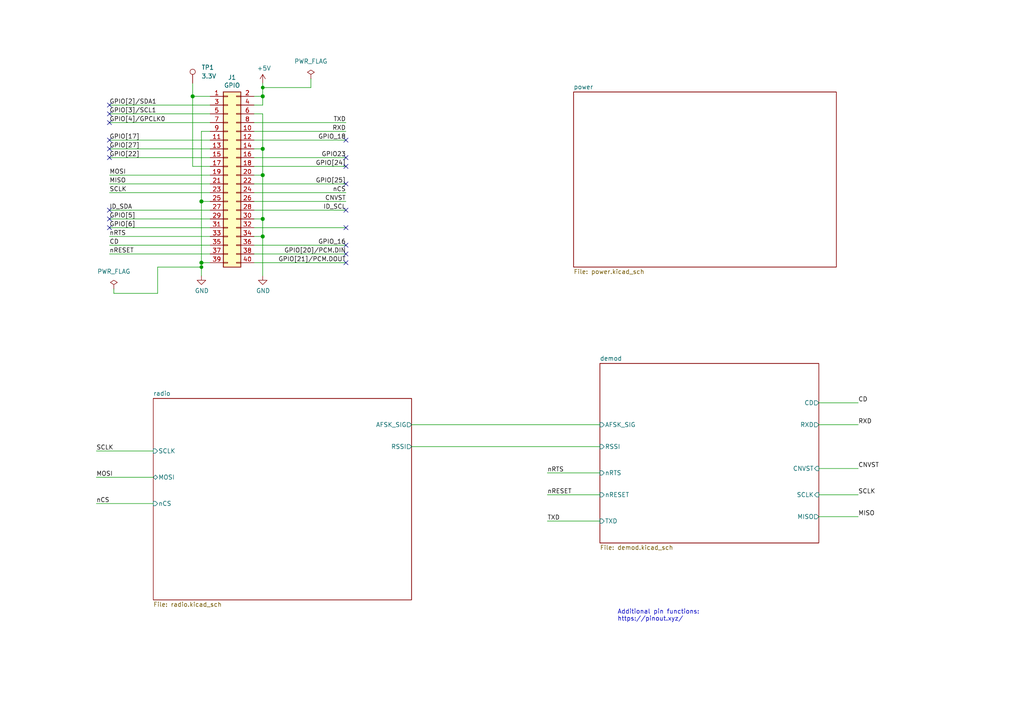
<source format=kicad_sch>
(kicad_sch (version 20230121) (generator eeschema)

  (uuid e63e39d7-6ac0-4ffd-8aa3-1841a4541b55)

  (paper "A4")

  (title_block
    (date "15 nov 2012")
  )

  (lib_symbols
    (symbol "Connector:TestPoint" (pin_numbers hide) (pin_names (offset 0.762) hide) (in_bom yes) (on_board yes)
      (property "Reference" "TP" (at 0 6.858 0)
        (effects (font (size 1.27 1.27)))
      )
      (property "Value" "TestPoint" (at 0 5.08 0)
        (effects (font (size 1.27 1.27)))
      )
      (property "Footprint" "" (at 5.08 0 0)
        (effects (font (size 1.27 1.27)) hide)
      )
      (property "Datasheet" "~" (at 5.08 0 0)
        (effects (font (size 1.27 1.27)) hide)
      )
      (property "ki_keywords" "test point tp" (at 0 0 0)
        (effects (font (size 1.27 1.27)) hide)
      )
      (property "ki_description" "test point" (at 0 0 0)
        (effects (font (size 1.27 1.27)) hide)
      )
      (property "ki_fp_filters" "Pin* Test*" (at 0 0 0)
        (effects (font (size 1.27 1.27)) hide)
      )
      (symbol "TestPoint_0_1"
        (circle (center 0 3.302) (radius 0.762)
          (stroke (width 0) (type default))
          (fill (type none))
        )
      )
      (symbol "TestPoint_1_1"
        (pin passive line (at 0 0 90) (length 2.54)
          (name "1" (effects (font (size 1.27 1.27))))
          (number "1" (effects (font (size 1.27 1.27))))
        )
      )
    )
    (symbol "Connector_Generic:Conn_02x20_Odd_Even" (pin_names (offset 1.016) hide) (in_bom yes) (on_board yes)
      (property "Reference" "J" (at 1.27 25.4 0)
        (effects (font (size 1.27 1.27)))
      )
      (property "Value" "Conn_02x20_Odd_Even" (at 1.27 -27.94 0)
        (effects (font (size 1.27 1.27)))
      )
      (property "Footprint" "" (at 0 0 0)
        (effects (font (size 1.27 1.27)) hide)
      )
      (property "Datasheet" "~" (at 0 0 0)
        (effects (font (size 1.27 1.27)) hide)
      )
      (property "ki_keywords" "connector" (at 0 0 0)
        (effects (font (size 1.27 1.27)) hide)
      )
      (property "ki_description" "Generic connector, double row, 02x20, odd/even pin numbering scheme (row 1 odd numbers, row 2 even numbers), script generated (kicad-library-utils/schlib/autogen/connector/)" (at 0 0 0)
        (effects (font (size 1.27 1.27)) hide)
      )
      (property "ki_fp_filters" "Connector*:*_2x??_*" (at 0 0 0)
        (effects (font (size 1.27 1.27)) hide)
      )
      (symbol "Conn_02x20_Odd_Even_1_1"
        (rectangle (start -1.27 -25.273) (end 0 -25.527)
          (stroke (width 0.1524) (type default))
          (fill (type none))
        )
        (rectangle (start -1.27 -22.733) (end 0 -22.987)
          (stroke (width 0.1524) (type default))
          (fill (type none))
        )
        (rectangle (start -1.27 -20.193) (end 0 -20.447)
          (stroke (width 0.1524) (type default))
          (fill (type none))
        )
        (rectangle (start -1.27 -17.653) (end 0 -17.907)
          (stroke (width 0.1524) (type default))
          (fill (type none))
        )
        (rectangle (start -1.27 -15.113) (end 0 -15.367)
          (stroke (width 0.1524) (type default))
          (fill (type none))
        )
        (rectangle (start -1.27 -12.573) (end 0 -12.827)
          (stroke (width 0.1524) (type default))
          (fill (type none))
        )
        (rectangle (start -1.27 -10.033) (end 0 -10.287)
          (stroke (width 0.1524) (type default))
          (fill (type none))
        )
        (rectangle (start -1.27 -7.493) (end 0 -7.747)
          (stroke (width 0.1524) (type default))
          (fill (type none))
        )
        (rectangle (start -1.27 -4.953) (end 0 -5.207)
          (stroke (width 0.1524) (type default))
          (fill (type none))
        )
        (rectangle (start -1.27 -2.413) (end 0 -2.667)
          (stroke (width 0.1524) (type default))
          (fill (type none))
        )
        (rectangle (start -1.27 0.127) (end 0 -0.127)
          (stroke (width 0.1524) (type default))
          (fill (type none))
        )
        (rectangle (start -1.27 2.667) (end 0 2.413)
          (stroke (width 0.1524) (type default))
          (fill (type none))
        )
        (rectangle (start -1.27 5.207) (end 0 4.953)
          (stroke (width 0.1524) (type default))
          (fill (type none))
        )
        (rectangle (start -1.27 7.747) (end 0 7.493)
          (stroke (width 0.1524) (type default))
          (fill (type none))
        )
        (rectangle (start -1.27 10.287) (end 0 10.033)
          (stroke (width 0.1524) (type default))
          (fill (type none))
        )
        (rectangle (start -1.27 12.827) (end 0 12.573)
          (stroke (width 0.1524) (type default))
          (fill (type none))
        )
        (rectangle (start -1.27 15.367) (end 0 15.113)
          (stroke (width 0.1524) (type default))
          (fill (type none))
        )
        (rectangle (start -1.27 17.907) (end 0 17.653)
          (stroke (width 0.1524) (type default))
          (fill (type none))
        )
        (rectangle (start -1.27 20.447) (end 0 20.193)
          (stroke (width 0.1524) (type default))
          (fill (type none))
        )
        (rectangle (start -1.27 22.987) (end 0 22.733)
          (stroke (width 0.1524) (type default))
          (fill (type none))
        )
        (rectangle (start -1.27 24.13) (end 3.81 -26.67)
          (stroke (width 0.254) (type default))
          (fill (type background))
        )
        (rectangle (start 3.81 -25.273) (end 2.54 -25.527)
          (stroke (width 0.1524) (type default))
          (fill (type none))
        )
        (rectangle (start 3.81 -22.733) (end 2.54 -22.987)
          (stroke (width 0.1524) (type default))
          (fill (type none))
        )
        (rectangle (start 3.81 -20.193) (end 2.54 -20.447)
          (stroke (width 0.1524) (type default))
          (fill (type none))
        )
        (rectangle (start 3.81 -17.653) (end 2.54 -17.907)
          (stroke (width 0.1524) (type default))
          (fill (type none))
        )
        (rectangle (start 3.81 -15.113) (end 2.54 -15.367)
          (stroke (width 0.1524) (type default))
          (fill (type none))
        )
        (rectangle (start 3.81 -12.573) (end 2.54 -12.827)
          (stroke (width 0.1524) (type default))
          (fill (type none))
        )
        (rectangle (start 3.81 -10.033) (end 2.54 -10.287)
          (stroke (width 0.1524) (type default))
          (fill (type none))
        )
        (rectangle (start 3.81 -7.493) (end 2.54 -7.747)
          (stroke (width 0.1524) (type default))
          (fill (type none))
        )
        (rectangle (start 3.81 -4.953) (end 2.54 -5.207)
          (stroke (width 0.1524) (type default))
          (fill (type none))
        )
        (rectangle (start 3.81 -2.413) (end 2.54 -2.667)
          (stroke (width 0.1524) (type default))
          (fill (type none))
        )
        (rectangle (start 3.81 0.127) (end 2.54 -0.127)
          (stroke (width 0.1524) (type default))
          (fill (type none))
        )
        (rectangle (start 3.81 2.667) (end 2.54 2.413)
          (stroke (width 0.1524) (type default))
          (fill (type none))
        )
        (rectangle (start 3.81 5.207) (end 2.54 4.953)
          (stroke (width 0.1524) (type default))
          (fill (type none))
        )
        (rectangle (start 3.81 7.747) (end 2.54 7.493)
          (stroke (width 0.1524) (type default))
          (fill (type none))
        )
        (rectangle (start 3.81 10.287) (end 2.54 10.033)
          (stroke (width 0.1524) (type default))
          (fill (type none))
        )
        (rectangle (start 3.81 12.827) (end 2.54 12.573)
          (stroke (width 0.1524) (type default))
          (fill (type none))
        )
        (rectangle (start 3.81 15.367) (end 2.54 15.113)
          (stroke (width 0.1524) (type default))
          (fill (type none))
        )
        (rectangle (start 3.81 17.907) (end 2.54 17.653)
          (stroke (width 0.1524) (type default))
          (fill (type none))
        )
        (rectangle (start 3.81 20.447) (end 2.54 20.193)
          (stroke (width 0.1524) (type default))
          (fill (type none))
        )
        (rectangle (start 3.81 22.987) (end 2.54 22.733)
          (stroke (width 0.1524) (type default))
          (fill (type none))
        )
        (pin passive line (at -5.08 22.86 0) (length 3.81)
          (name "Pin_1" (effects (font (size 1.27 1.27))))
          (number "1" (effects (font (size 1.27 1.27))))
        )
        (pin passive line (at 7.62 12.7 180) (length 3.81)
          (name "Pin_10" (effects (font (size 1.27 1.27))))
          (number "10" (effects (font (size 1.27 1.27))))
        )
        (pin passive line (at -5.08 10.16 0) (length 3.81)
          (name "Pin_11" (effects (font (size 1.27 1.27))))
          (number "11" (effects (font (size 1.27 1.27))))
        )
        (pin passive line (at 7.62 10.16 180) (length 3.81)
          (name "Pin_12" (effects (font (size 1.27 1.27))))
          (number "12" (effects (font (size 1.27 1.27))))
        )
        (pin passive line (at -5.08 7.62 0) (length 3.81)
          (name "Pin_13" (effects (font (size 1.27 1.27))))
          (number "13" (effects (font (size 1.27 1.27))))
        )
        (pin passive line (at 7.62 7.62 180) (length 3.81)
          (name "Pin_14" (effects (font (size 1.27 1.27))))
          (number "14" (effects (font (size 1.27 1.27))))
        )
        (pin passive line (at -5.08 5.08 0) (length 3.81)
          (name "Pin_15" (effects (font (size 1.27 1.27))))
          (number "15" (effects (font (size 1.27 1.27))))
        )
        (pin passive line (at 7.62 5.08 180) (length 3.81)
          (name "Pin_16" (effects (font (size 1.27 1.27))))
          (number "16" (effects (font (size 1.27 1.27))))
        )
        (pin passive line (at -5.08 2.54 0) (length 3.81)
          (name "Pin_17" (effects (font (size 1.27 1.27))))
          (number "17" (effects (font (size 1.27 1.27))))
        )
        (pin passive line (at 7.62 2.54 180) (length 3.81)
          (name "Pin_18" (effects (font (size 1.27 1.27))))
          (number "18" (effects (font (size 1.27 1.27))))
        )
        (pin passive line (at -5.08 0 0) (length 3.81)
          (name "Pin_19" (effects (font (size 1.27 1.27))))
          (number "19" (effects (font (size 1.27 1.27))))
        )
        (pin passive line (at 7.62 22.86 180) (length 3.81)
          (name "Pin_2" (effects (font (size 1.27 1.27))))
          (number "2" (effects (font (size 1.27 1.27))))
        )
        (pin passive line (at 7.62 0 180) (length 3.81)
          (name "Pin_20" (effects (font (size 1.27 1.27))))
          (number "20" (effects (font (size 1.27 1.27))))
        )
        (pin passive line (at -5.08 -2.54 0) (length 3.81)
          (name "Pin_21" (effects (font (size 1.27 1.27))))
          (number "21" (effects (font (size 1.27 1.27))))
        )
        (pin passive line (at 7.62 -2.54 180) (length 3.81)
          (name "Pin_22" (effects (font (size 1.27 1.27))))
          (number "22" (effects (font (size 1.27 1.27))))
        )
        (pin passive line (at -5.08 -5.08 0) (length 3.81)
          (name "Pin_23" (effects (font (size 1.27 1.27))))
          (number "23" (effects (font (size 1.27 1.27))))
        )
        (pin passive line (at 7.62 -5.08 180) (length 3.81)
          (name "Pin_24" (effects (font (size 1.27 1.27))))
          (number "24" (effects (font (size 1.27 1.27))))
        )
        (pin passive line (at -5.08 -7.62 0) (length 3.81)
          (name "Pin_25" (effects (font (size 1.27 1.27))))
          (number "25" (effects (font (size 1.27 1.27))))
        )
        (pin passive line (at 7.62 -7.62 180) (length 3.81)
          (name "Pin_26" (effects (font (size 1.27 1.27))))
          (number "26" (effects (font (size 1.27 1.27))))
        )
        (pin passive line (at -5.08 -10.16 0) (length 3.81)
          (name "Pin_27" (effects (font (size 1.27 1.27))))
          (number "27" (effects (font (size 1.27 1.27))))
        )
        (pin passive line (at 7.62 -10.16 180) (length 3.81)
          (name "Pin_28" (effects (font (size 1.27 1.27))))
          (number "28" (effects (font (size 1.27 1.27))))
        )
        (pin passive line (at -5.08 -12.7 0) (length 3.81)
          (name "Pin_29" (effects (font (size 1.27 1.27))))
          (number "29" (effects (font (size 1.27 1.27))))
        )
        (pin passive line (at -5.08 20.32 0) (length 3.81)
          (name "Pin_3" (effects (font (size 1.27 1.27))))
          (number "3" (effects (font (size 1.27 1.27))))
        )
        (pin passive line (at 7.62 -12.7 180) (length 3.81)
          (name "Pin_30" (effects (font (size 1.27 1.27))))
          (number "30" (effects (font (size 1.27 1.27))))
        )
        (pin passive line (at -5.08 -15.24 0) (length 3.81)
          (name "Pin_31" (effects (font (size 1.27 1.27))))
          (number "31" (effects (font (size 1.27 1.27))))
        )
        (pin passive line (at 7.62 -15.24 180) (length 3.81)
          (name "Pin_32" (effects (font (size 1.27 1.27))))
          (number "32" (effects (font (size 1.27 1.27))))
        )
        (pin passive line (at -5.08 -17.78 0) (length 3.81)
          (name "Pin_33" (effects (font (size 1.27 1.27))))
          (number "33" (effects (font (size 1.27 1.27))))
        )
        (pin passive line (at 7.62 -17.78 180) (length 3.81)
          (name "Pin_34" (effects (font (size 1.27 1.27))))
          (number "34" (effects (font (size 1.27 1.27))))
        )
        (pin passive line (at -5.08 -20.32 0) (length 3.81)
          (name "Pin_35" (effects (font (size 1.27 1.27))))
          (number "35" (effects (font (size 1.27 1.27))))
        )
        (pin passive line (at 7.62 -20.32 180) (length 3.81)
          (name "Pin_36" (effects (font (size 1.27 1.27))))
          (number "36" (effects (font (size 1.27 1.27))))
        )
        (pin passive line (at -5.08 -22.86 0) (length 3.81)
          (name "Pin_37" (effects (font (size 1.27 1.27))))
          (number "37" (effects (font (size 1.27 1.27))))
        )
        (pin passive line (at 7.62 -22.86 180) (length 3.81)
          (name "Pin_38" (effects (font (size 1.27 1.27))))
          (number "38" (effects (font (size 1.27 1.27))))
        )
        (pin passive line (at -5.08 -25.4 0) (length 3.81)
          (name "Pin_39" (effects (font (size 1.27 1.27))))
          (number "39" (effects (font (size 1.27 1.27))))
        )
        (pin passive line (at 7.62 20.32 180) (length 3.81)
          (name "Pin_4" (effects (font (size 1.27 1.27))))
          (number "4" (effects (font (size 1.27 1.27))))
        )
        (pin passive line (at 7.62 -25.4 180) (length 3.81)
          (name "Pin_40" (effects (font (size 1.27 1.27))))
          (number "40" (effects (font (size 1.27 1.27))))
        )
        (pin passive line (at -5.08 17.78 0) (length 3.81)
          (name "Pin_5" (effects (font (size 1.27 1.27))))
          (number "5" (effects (font (size 1.27 1.27))))
        )
        (pin passive line (at 7.62 17.78 180) (length 3.81)
          (name "Pin_6" (effects (font (size 1.27 1.27))))
          (number "6" (effects (font (size 1.27 1.27))))
        )
        (pin passive line (at -5.08 15.24 0) (length 3.81)
          (name "Pin_7" (effects (font (size 1.27 1.27))))
          (number "7" (effects (font (size 1.27 1.27))))
        )
        (pin passive line (at 7.62 15.24 180) (length 3.81)
          (name "Pin_8" (effects (font (size 1.27 1.27))))
          (number "8" (effects (font (size 1.27 1.27))))
        )
        (pin passive line (at -5.08 12.7 0) (length 3.81)
          (name "Pin_9" (effects (font (size 1.27 1.27))))
          (number "9" (effects (font (size 1.27 1.27))))
        )
      )
    )
    (symbol "power:+5V" (power) (pin_names (offset 0)) (in_bom yes) (on_board yes)
      (property "Reference" "#PWR" (at 0 -3.81 0)
        (effects (font (size 1.27 1.27)) hide)
      )
      (property "Value" "+5V" (at 0 3.556 0)
        (effects (font (size 1.27 1.27)))
      )
      (property "Footprint" "" (at 0 0 0)
        (effects (font (size 1.27 1.27)) hide)
      )
      (property "Datasheet" "" (at 0 0 0)
        (effects (font (size 1.27 1.27)) hide)
      )
      (property "ki_keywords" "power-flag" (at 0 0 0)
        (effects (font (size 1.27 1.27)) hide)
      )
      (property "ki_description" "Power symbol creates a global label with name \"+5V\"" (at 0 0 0)
        (effects (font (size 1.27 1.27)) hide)
      )
      (symbol "+5V_0_1"
        (polyline
          (pts
            (xy -0.762 1.27)
            (xy 0 2.54)
          )
          (stroke (width 0) (type default))
          (fill (type none))
        )
        (polyline
          (pts
            (xy 0 0)
            (xy 0 2.54)
          )
          (stroke (width 0) (type default))
          (fill (type none))
        )
        (polyline
          (pts
            (xy 0 2.54)
            (xy 0.762 1.27)
          )
          (stroke (width 0) (type default))
          (fill (type none))
        )
      )
      (symbol "+5V_1_1"
        (pin power_in line (at 0 0 90) (length 0) hide
          (name "+5V" (effects (font (size 1.27 1.27))))
          (number "1" (effects (font (size 1.27 1.27))))
        )
      )
    )
    (symbol "power:GND" (power) (pin_names (offset 0)) (in_bom yes) (on_board yes)
      (property "Reference" "#PWR" (at 0 -6.35 0)
        (effects (font (size 1.27 1.27)) hide)
      )
      (property "Value" "GND" (at 0 -3.81 0)
        (effects (font (size 1.27 1.27)))
      )
      (property "Footprint" "" (at 0 0 0)
        (effects (font (size 1.27 1.27)) hide)
      )
      (property "Datasheet" "" (at 0 0 0)
        (effects (font (size 1.27 1.27)) hide)
      )
      (property "ki_keywords" "power-flag" (at 0 0 0)
        (effects (font (size 1.27 1.27)) hide)
      )
      (property "ki_description" "Power symbol creates a global label with name \"GND\" , ground" (at 0 0 0)
        (effects (font (size 1.27 1.27)) hide)
      )
      (symbol "GND_0_1"
        (polyline
          (pts
            (xy 0 0)
            (xy 0 -1.27)
            (xy 1.27 -1.27)
            (xy 0 -2.54)
            (xy -1.27 -1.27)
            (xy 0 -1.27)
          )
          (stroke (width 0) (type default))
          (fill (type none))
        )
      )
      (symbol "GND_1_1"
        (pin power_in line (at 0 0 270) (length 0) hide
          (name "GND" (effects (font (size 1.27 1.27))))
          (number "1" (effects (font (size 1.27 1.27))))
        )
      )
    )
    (symbol "power:PWR_FLAG" (power) (pin_numbers hide) (pin_names (offset 0) hide) (in_bom yes) (on_board yes)
      (property "Reference" "#FLG" (at 0 1.905 0)
        (effects (font (size 1.27 1.27)) hide)
      )
      (property "Value" "PWR_FLAG" (at 0 3.81 0)
        (effects (font (size 1.27 1.27)))
      )
      (property "Footprint" "" (at 0 0 0)
        (effects (font (size 1.27 1.27)) hide)
      )
      (property "Datasheet" "~" (at 0 0 0)
        (effects (font (size 1.27 1.27)) hide)
      )
      (property "ki_keywords" "flag power" (at 0 0 0)
        (effects (font (size 1.27 1.27)) hide)
      )
      (property "ki_description" "Special symbol for telling ERC where power comes from" (at 0 0 0)
        (effects (font (size 1.27 1.27)) hide)
      )
      (symbol "PWR_FLAG_0_0"
        (pin power_out line (at 0 0 90) (length 0)
          (name "pwr" (effects (font (size 1.27 1.27))))
          (number "1" (effects (font (size 1.27 1.27))))
        )
      )
      (symbol "PWR_FLAG_0_1"
        (polyline
          (pts
            (xy 0 0)
            (xy 0 1.27)
            (xy -1.016 1.905)
            (xy 0 2.54)
            (xy 1.016 1.905)
            (xy 0 1.27)
          )
          (stroke (width 0) (type default))
          (fill (type none))
        )
      )
    )
  )

  (junction (at 76.2 25.4) (diameter 0) (color 0 0 0 0)
    (uuid 0b673408-8d4b-4e76-9c23-3c4ce3140773)
  )
  (junction (at 76.2 27.94) (diameter 1.016) (color 0 0 0 0)
    (uuid 0eaa98f0-9565-4637-ace3-42a5231b07f7)
  )
  (junction (at 76.2 43.18) (diameter 1.016) (color 0 0 0 0)
    (uuid 181abe7a-f941-42b6-bd46-aaa3131f90fb)
  )
  (junction (at 58.42 77.47) (diameter 0) (color 0 0 0 0)
    (uuid 4c22321a-d3b0-4926-91d8-86a22d9298d8)
  )
  (junction (at 58.42 76.2) (diameter 1.016) (color 0 0 0 0)
    (uuid 704d6d51-bb34-4cbf-83d8-841e208048d8)
  )
  (junction (at 58.42 58.42) (diameter 1.016) (color 0 0 0 0)
    (uuid 8174b4de-74b1-48db-ab8e-c8432251095b)
  )
  (junction (at 76.2 68.58) (diameter 1.016) (color 0 0 0 0)
    (uuid 9340c285-5767-42d5-8b6d-63fe2a40ddf3)
  )
  (junction (at 76.2 63.5) (diameter 1.016) (color 0 0 0 0)
    (uuid c41b3c8b-634e-435a-b582-96b83bbd4032)
  )
  (junction (at 76.2 50.8) (diameter 1.016) (color 0 0 0 0)
    (uuid ce83728b-bebd-48c2-8734-b6a50d837931)
  )
  (junction (at 55.88 27.94) (diameter 1.016) (color 0 0 0 0)
    (uuid fd470e95-4861-44fe-b1e4-6d8a7c66e144)
  )

  (no_connect (at 31.75 66.04) (uuid 1744cf39-07a4-4fcc-bfee-e1bc28fe0523))
  (no_connect (at 31.75 45.72) (uuid 19c754c0-af26-4b99-8a3a-f84f08645ce2))
  (no_connect (at 100.33 71.12) (uuid 353bbb89-df56-4896-9e6c-6767a48a784b))
  (no_connect (at 31.75 63.5) (uuid 572bbeae-f82f-48dd-bf2b-558812434d34))
  (no_connect (at 31.75 35.56) (uuid 589d3e49-43d9-45a8-9e79-c1057c10d504))
  (no_connect (at 100.33 73.66) (uuid 594ec0d4-b43d-4f0b-9681-b4db8b4a018e))
  (no_connect (at 31.75 30.48) (uuid 684091cd-ff1c-48df-8621-702ab6d3c101))
  (no_connect (at 31.75 60.96) (uuid 6d3f310d-2ff8-4114-9482-f6b7da18f90c))
  (no_connect (at 100.33 60.96) (uuid a4fcdf36-2951-4084-87a3-04e3e538145e))
  (no_connect (at 100.33 40.64) (uuid b5b81347-00ae-4efc-8594-61f00c5355f4))
  (no_connect (at 31.75 43.18) (uuid be2fb019-8ed5-4a59-8831-1e28ef798df9))
  (no_connect (at 100.33 48.26) (uuid c252a754-26d7-4ba4-b0fe-d0ec0bcabca4))
  (no_connect (at 31.75 33.02) (uuid cc8338f2-a241-4a51-bda2-ed48bdb14fdf))
  (no_connect (at 100.33 53.34) (uuid cce97363-4bea-461e-afe0-3c19cfc61ea0))
  (no_connect (at 31.75 40.64) (uuid cf277747-06ad-4103-abcd-053a7453c2d6))
  (no_connect (at 100.33 45.72) (uuid df7aa957-67ce-4c50-a263-8da2c7a2dfcb))
  (no_connect (at 100.33 76.2) (uuid ef7b0967-b348-4cba-b085-6f9cc65128ed))
  (no_connect (at 100.33 66.04) (uuid fb8355bc-9b1f-4df6-aa15-dae8a3997a02))

  (wire (pts (xy 58.42 58.42) (xy 58.42 76.2))
    (stroke (width 0) (type solid))
    (uuid 015c5535-b3ef-4c28-99b9-4f3baef056f3)
  )
  (wire (pts (xy 73.66 58.42) (xy 100.33 58.42))
    (stroke (width 0) (type solid))
    (uuid 01e536fb-12ab-43ce-a95e-82675e37d4b7)
  )
  (wire (pts (xy 60.96 40.64) (xy 31.75 40.64))
    (stroke (width 0) (type solid))
    (uuid 0694ca26-7b8c-4c30-bae9-3b74fab1e60a)
  )
  (wire (pts (xy 76.2 33.02) (xy 76.2 43.18))
    (stroke (width 0) (type solid))
    (uuid 0d143423-c9d6-49e3-8b7d-f1137d1a3509)
  )
  (wire (pts (xy 27.94 130.81) (xy 44.45 130.81))
    (stroke (width 0) (type default))
    (uuid 0dd3fa92-8426-47e5-a42b-df0622fe95fc)
  )
  (wire (pts (xy 76.2 50.8) (xy 73.66 50.8))
    (stroke (width 0) (type solid))
    (uuid 0ee91a98-576f-43c1-89f6-61acc2cb1f13)
  )
  (wire (pts (xy 76.2 63.5) (xy 76.2 68.58))
    (stroke (width 0) (type solid))
    (uuid 164f1958-8ee6-4c3d-9df0-03613712fa6f)
  )
  (wire (pts (xy 58.42 77.47) (xy 58.42 80.01))
    (stroke (width 0) (type solid))
    (uuid 19ce52b4-84bc-4ec5-8fe7-bb4e05b0a062)
  )
  (wire (pts (xy 45.72 77.47) (xy 45.72 85.09))
    (stroke (width 0) (type solid))
    (uuid 218a501a-5697-4161-b410-6aadcb5b22d3)
  )
  (wire (pts (xy 76.2 25.4) (xy 90.17 25.4))
    (stroke (width 0) (type default))
    (uuid 218bf228-9882-4455-a981-cfff653ff7af)
  )
  (wire (pts (xy 76.2 50.8) (xy 76.2 63.5))
    (stroke (width 0) (type solid))
    (uuid 252c2642-5979-4a84-8d39-11da2e3821fe)
  )
  (wire (pts (xy 73.66 35.56) (xy 100.33 35.56))
    (stroke (width 0) (type solid))
    (uuid 2710a316-ad7d-4403-afc1-1df73ba69697)
  )
  (wire (pts (xy 58.42 38.1) (xy 58.42 58.42))
    (stroke (width 0) (type solid))
    (uuid 29651976-85fe-45df-9d6a-4d640774cbbc)
  )
  (wire (pts (xy 58.42 38.1) (xy 60.96 38.1))
    (stroke (width 0) (type solid))
    (uuid 335bbf29-f5b7-4e5a-993a-a34ce5ab5756)
  )
  (wire (pts (xy 73.66 55.88) (xy 100.33 55.88))
    (stroke (width 0) (type solid))
    (uuid 3522f983-faf4-44f4-900c-086a3d364c60)
  )
  (wire (pts (xy 60.96 60.96) (xy 31.75 60.96))
    (stroke (width 0) (type solid))
    (uuid 37ae508e-6121-46a7-8162-5c727675dd10)
  )
  (wire (pts (xy 27.94 138.43) (xy 44.45 138.43))
    (stroke (width 0) (type default))
    (uuid 38018bac-f161-443d-aa24-bdd52dbf44d5)
  )
  (wire (pts (xy 31.75 63.5) (xy 60.96 63.5))
    (stroke (width 0) (type solid))
    (uuid 3b2261b8-cc6a-4f24-9a9d-8411b13f362c)
  )
  (wire (pts (xy 119.38 129.54) (xy 173.99 129.54))
    (stroke (width 0) (type default))
    (uuid 4547989e-e32f-491e-b1c5-213f33660409)
  )
  (wire (pts (xy 58.42 58.42) (xy 60.96 58.42))
    (stroke (width 0) (type solid))
    (uuid 46f8757d-31ce-45ba-9242-48e76c9438b1)
  )
  (wire (pts (xy 73.66 45.72) (xy 100.33 45.72))
    (stroke (width 0) (type solid))
    (uuid 4c544204-3530-479b-b097-35aa046ba896)
  )
  (wire (pts (xy 73.66 76.2) (xy 100.33 76.2))
    (stroke (width 0) (type solid))
    (uuid 55a29370-8495-4737-906c-8b505e228668)
  )
  (wire (pts (xy 58.42 76.2) (xy 58.42 77.47))
    (stroke (width 0) (type solid))
    (uuid 55b53b1d-809a-4a85-8714-920d35727332)
  )
  (wire (pts (xy 31.75 43.18) (xy 60.96 43.18))
    (stroke (width 0) (type solid))
    (uuid 55d9c53c-6409-4360-8797-b4f7b28c4137)
  )
  (wire (pts (xy 55.88 24.13) (xy 55.88 27.94))
    (stroke (width 0) (type solid))
    (uuid 57c01d09-da37-45de-b174-3ad4f982af7b)
  )
  (wire (pts (xy 76.2 68.58) (xy 73.66 68.58))
    (stroke (width 0) (type solid))
    (uuid 62f43b49-7566-4f4c-b16f-9b95531f6d28)
  )
  (wire (pts (xy 31.75 33.02) (xy 60.96 33.02))
    (stroke (width 0) (type solid))
    (uuid 67559638-167e-4f06-9757-aeeebf7e8930)
  )
  (wire (pts (xy 31.75 55.88) (xy 60.96 55.88))
    (stroke (width 0) (type solid))
    (uuid 6c897b01-6835-4bf3-885d-4b22704f8f6e)
  )
  (wire (pts (xy 173.99 143.51) (xy 158.75 143.51))
    (stroke (width 0) (type default))
    (uuid 6f1f428b-694e-419c-89de-c086bd51adfe)
  )
  (wire (pts (xy 55.88 48.26) (xy 60.96 48.26))
    (stroke (width 0) (type solid))
    (uuid 707b993a-397a-40ee-bc4e-978ea0af003d)
  )
  (wire (pts (xy 58.42 77.47) (xy 45.72 77.47))
    (stroke (width 0) (type solid))
    (uuid 7373c4f9-33b5-4526-b68c-1aea744413dd)
  )
  (wire (pts (xy 60.96 30.48) (xy 31.75 30.48))
    (stroke (width 0) (type solid))
    (uuid 73aefdad-91c2-4f5e-80c2-3f1cf4134807)
  )
  (wire (pts (xy 27.94 146.05) (xy 44.45 146.05))
    (stroke (width 0) (type default))
    (uuid 7422db5b-7f45-4b8e-bb33-db60f87d48cf)
  )
  (wire (pts (xy 76.2 27.94) (xy 76.2 30.48))
    (stroke (width 0) (type solid))
    (uuid 7645e45b-ebbd-4531-92c9-9c38081bbf8d)
  )
  (wire (pts (xy 76.2 43.18) (xy 76.2 50.8))
    (stroke (width 0) (type solid))
    (uuid 7aed86fe-31d5-4139-a0b1-020ce61800b6)
  )
  (wire (pts (xy 33.02 83.82) (xy 33.02 85.09))
    (stroke (width 0) (type solid))
    (uuid 7bc31454-0740-4f29-8813-d35390b3604a)
  )
  (wire (pts (xy 73.66 40.64) (xy 100.33 40.64))
    (stroke (width 0) (type solid))
    (uuid 7d1a0af8-a3d8-4dbb-9873-21a280e175b7)
  )
  (wire (pts (xy 76.2 43.18) (xy 73.66 43.18))
    (stroke (width 0) (type solid))
    (uuid 7dd33798-d6eb-48c4-8355-bbeae3353a44)
  )
  (wire (pts (xy 45.72 85.09) (xy 33.02 85.09))
    (stroke (width 0) (type solid))
    (uuid 80435d78-b5bd-4a95-b96d-70b0b07bc750)
  )
  (wire (pts (xy 76.2 24.13) (xy 76.2 25.4))
    (stroke (width 0) (type solid))
    (uuid 825ec672-c6b3-4524-894f-bfac8191e641)
  )
  (wire (pts (xy 31.75 35.56) (xy 60.96 35.56))
    (stroke (width 0) (type solid))
    (uuid 85bd9bea-9b41-4249-9626-26358781edd8)
  )
  (wire (pts (xy 76.2 27.94) (xy 73.66 27.94))
    (stroke (width 0) (type solid))
    (uuid 8846d55b-57bd-4185-9629-4525ca309ac0)
  )
  (wire (pts (xy 55.88 27.94) (xy 55.88 48.26))
    (stroke (width 0) (type solid))
    (uuid 8930c626-5f36-458c-88ae-90e6918556cc)
  )
  (wire (pts (xy 73.66 48.26) (xy 100.33 48.26))
    (stroke (width 0) (type solid))
    (uuid 8b129051-97ca-49cd-adf8-4efb5043fabb)
  )
  (wire (pts (xy 73.66 38.1) (xy 100.33 38.1))
    (stroke (width 0) (type solid))
    (uuid 8ccbbafc-2cdc-415a-ac78-6ccd25489208)
  )
  (wire (pts (xy 31.75 45.72) (xy 60.96 45.72))
    (stroke (width 0) (type solid))
    (uuid 9705171e-2fe8-4d02-a114-94335e138862)
  )
  (wire (pts (xy 31.75 53.34) (xy 60.96 53.34))
    (stroke (width 0) (type solid))
    (uuid 98a1aa7c-68bd-4966-834d-f673bb2b8d39)
  )
  (wire (pts (xy 237.49 143.51) (xy 248.92 143.51))
    (stroke (width 0) (type default))
    (uuid 9ef0deb6-2c7d-4c3e-95b5-f8d41b6f9a10)
  )
  (wire (pts (xy 31.75 66.04) (xy 60.96 66.04))
    (stroke (width 0) (type solid))
    (uuid a571c038-3cc2-4848-b404-365f2f7338be)
  )
  (wire (pts (xy 76.2 30.48) (xy 73.66 30.48))
    (stroke (width 0) (type solid))
    (uuid a82219f8-a00b-446a-aba9-4cd0a8dd81f2)
  )
  (wire (pts (xy 237.49 123.19) (xy 248.92 123.19))
    (stroke (width 0) (type default))
    (uuid ade26097-3a6d-4b0a-b908-8cf82cad91ca)
  )
  (wire (pts (xy 31.75 71.12) (xy 60.96 71.12))
    (stroke (width 0) (type solid))
    (uuid b07bae11-81ae-4941-a5ed-27fd323486e6)
  )
  (wire (pts (xy 119.38 123.19) (xy 173.99 123.19))
    (stroke (width 0) (type default))
    (uuid b119de95-5ece-4ba4-981e-5bd28a8de0cc)
  )
  (wire (pts (xy 73.66 71.12) (xy 100.33 71.12))
    (stroke (width 0) (type solid))
    (uuid b36591f4-a77c-49fb-84e3-ce0d65ee7c7c)
  )
  (wire (pts (xy 76.2 25.4) (xy 76.2 27.94))
    (stroke (width 0) (type solid))
    (uuid b5073748-7942-4e34-b2e5-552b33a4fcf9)
  )
  (wire (pts (xy 73.66 66.04) (xy 100.33 66.04))
    (stroke (width 0) (type solid))
    (uuid b73bbc85-9c79-4ab1-bfa9-ba86dc5a73fe)
  )
  (wire (pts (xy 58.42 76.2) (xy 60.96 76.2))
    (stroke (width 0) (type solid))
    (uuid b8286aaf-3086-41e1-a5dc-8f8a05589eb9)
  )
  (wire (pts (xy 73.66 73.66) (xy 100.33 73.66))
    (stroke (width 0) (type solid))
    (uuid bc7a73bf-d271-462c-8196-ea5c7867515d)
  )
  (wire (pts (xy 90.17 22.86) (xy 90.17 25.4))
    (stroke (width 0) (type default))
    (uuid c157dc75-aa5b-4483-85a2-31c7e7aa6514)
  )
  (wire (pts (xy 76.2 33.02) (xy 73.66 33.02))
    (stroke (width 0) (type solid))
    (uuid c15b519d-5e2e-489c-91b6-d8ff3e8343cb)
  )
  (wire (pts (xy 31.75 73.66) (xy 60.96 73.66))
    (stroke (width 0) (type solid))
    (uuid c373340b-844b-44cd-869b-a1267d366977)
  )
  (wire (pts (xy 158.75 151.13) (xy 173.99 151.13))
    (stroke (width 0) (type default))
    (uuid ccc01a8a-7eaf-480c-ad83-f6fe64ff82da)
  )
  (wire (pts (xy 237.49 135.89) (xy 248.92 135.89))
    (stroke (width 0) (type default))
    (uuid cd38e037-e97b-49b2-b803-90010af7e5e2)
  )
  (wire (pts (xy 158.75 137.16) (xy 173.99 137.16))
    (stroke (width 0) (type default))
    (uuid d3ae266e-5eb5-4d91-a0ff-a33ce183cd92)
  )
  (wire (pts (xy 76.2 68.58) (xy 76.2 80.01))
    (stroke (width 0) (type solid))
    (uuid ddb5ec2a-613c-4ee5-b250-77656b088e84)
  )
  (wire (pts (xy 73.66 53.34) (xy 100.33 53.34))
    (stroke (width 0) (type solid))
    (uuid df2cdc6b-e26c-482b-83a5-6c3aa0b9bc90)
  )
  (wire (pts (xy 60.96 68.58) (xy 31.75 68.58))
    (stroke (width 0) (type solid))
    (uuid df3b4a97-babc-4be9-b107-e59b56293dde)
  )
  (wire (pts (xy 76.2 63.5) (xy 73.66 63.5))
    (stroke (width 0) (type solid))
    (uuid e93ad2ad-5587-4125-b93d-270df22eadfa)
  )
  (wire (pts (xy 55.88 27.94) (xy 60.96 27.94))
    (stroke (width 0) (type solid))
    (uuid ed4af6f5-c1f9-4ac6-b35e-2b9ff5cd0eb3)
  )
  (wire (pts (xy 237.49 116.84) (xy 248.92 116.84))
    (stroke (width 0) (type default))
    (uuid eedc393f-65ff-4b68-b45d-dafab6a97504)
  )
  (wire (pts (xy 60.96 50.8) (xy 31.75 50.8))
    (stroke (width 0) (type solid))
    (uuid f9be6c8e-7532-415b-be21-5f82d7d7f74e)
  )
  (wire (pts (xy 73.66 60.96) (xy 100.33 60.96))
    (stroke (width 0) (type solid))
    (uuid f9e11340-14c0-4808-933b-bc348b73b18e)
  )
  (wire (pts (xy 237.49 149.86) (xy 248.92 149.86))
    (stroke (width 0) (type default))
    (uuid fde70711-5da8-4f34-89b5-205e2c034aa4)
  )

  (text "Additional pin functions:\nhttps://pinout.xyz/" (at 179.07 180.34 0)
    (effects (font (size 1.27 1.27)) (justify left bottom))
    (uuid 36e2c557-2c2a-4fba-9b6f-1167ab8ec281)
  )

  (label "ID_SDA" (at 31.75 60.96 0) (fields_autoplaced)
    (effects (font (size 1.27 1.27)) (justify left bottom))
    (uuid 0a44feb6-de6a-4996-b011-73867d835568)
  )
  (label "GPIO[6]" (at 31.75 66.04 0) (fields_autoplaced)
    (effects (font (size 1.27 1.27)) (justify left bottom))
    (uuid 0bec16b3-1718-4967-abb5-89274b1e4c31)
  )
  (label "TXD" (at 158.75 151.13 0) (fields_autoplaced)
    (effects (font (size 1.27 1.27)) (justify left bottom))
    (uuid 0ef40f33-f217-4e7a-bfc1-d8d30a8cee07)
  )
  (label "ID_SCL" (at 100.33 60.96 180) (fields_autoplaced)
    (effects (font (size 1.27 1.27)) (justify right bottom))
    (uuid 28cc0d46-7a8d-4c3b-8c53-d5a776b1d5a9)
  )
  (label "GPIO[5]" (at 31.75 63.5 0) (fields_autoplaced)
    (effects (font (size 1.27 1.27)) (justify left bottom))
    (uuid 29d046c2-f681-4254-89b3-1ec3aa495433)
  )
  (label "GPIO[21]{slash}PCM.DOUT" (at 100.33 76.2 180) (fields_autoplaced)
    (effects (font (size 1.27 1.27)) (justify right bottom))
    (uuid 31b15bb4-e7a6-46f1-aabc-e5f3cca1ba4f)
  )
  (label "CD" (at 31.75 71.12 0) (fields_autoplaced)
    (effects (font (size 1.27 1.27)) (justify left bottom))
    (uuid 3388965f-bec1-490c-9b08-dbac9be27c37)
  )
  (label "MOSI" (at 31.75 50.8 0) (fields_autoplaced)
    (effects (font (size 1.27 1.27)) (justify left bottom))
    (uuid 35a1cc8d-cefe-4fd3-8f7e-ebdbdbd072ee)
  )
  (label "MISO" (at 31.75 53.34 0) (fields_autoplaced)
    (effects (font (size 1.27 1.27)) (justify left bottom))
    (uuid 3911220d-b117-4874-8479-50c0285caa70)
  )
  (label "MISO" (at 248.92 149.86 0) (fields_autoplaced)
    (effects (font (size 1.27 1.27)) (justify left bottom))
    (uuid 3a5b7fb6-f367-4def-8f74-f27d3eb6d075)
  )
  (label "GPIO23" (at 100.33 45.72 180) (fields_autoplaced)
    (effects (font (size 1.27 1.27)) (justify right bottom))
    (uuid 45550f58-81b3-4113-a98b-8910341c00d8)
  )
  (label "GPIO[4]{slash}GPCLK0" (at 31.75 35.56 0) (fields_autoplaced)
    (effects (font (size 1.27 1.27)) (justify left bottom))
    (uuid 5069ddbc-357e-4355-aaa5-a8f551963b7a)
  )
  (label "nRESET" (at 158.75 143.51 0) (fields_autoplaced)
    (effects (font (size 1.27 1.27)) (justify left bottom))
    (uuid 55ff87af-bd7b-46d8-bfa8-be2c614b151c)
  )
  (label "GPIO[27]" (at 31.75 43.18 0) (fields_autoplaced)
    (effects (font (size 1.27 1.27)) (justify left bottom))
    (uuid 591fa762-d154-4cf7-8db7-a10b610ff12a)
  )
  (label "nRESET" (at 31.75 73.66 0) (fields_autoplaced)
    (effects (font (size 1.27 1.27)) (justify left bottom))
    (uuid 5f2ee32f-d6d5-4b76-8935-0d57826ec36e)
  )
  (label "TXD" (at 100.33 35.56 180) (fields_autoplaced)
    (effects (font (size 1.27 1.27)) (justify right bottom))
    (uuid 610a05f5-0e9b-4f2c-960c-05aafdc8e1b9)
  )
  (label "nCS" (at 100.33 55.88 180) (fields_autoplaced)
    (effects (font (size 1.27 1.27)) (justify right bottom))
    (uuid 64ee07d4-0247-486c-a5b0-d3d33362f168)
  )
  (label "RXD" (at 100.33 38.1 180) (fields_autoplaced)
    (effects (font (size 1.27 1.27)) (justify right bottom))
    (uuid 6638ca0d-5409-4e89-aef0-b0f245a25578)
  )
  (label "GPIO_16" (at 100.33 71.12 180) (fields_autoplaced)
    (effects (font (size 1.27 1.27)) (justify right bottom))
    (uuid 6a63dbe8-50e2-4ffb-a55f-e0df0f695e9b)
  )
  (label "RXD" (at 248.92 123.19 0) (fields_autoplaced)
    (effects (font (size 1.27 1.27)) (justify left bottom))
    (uuid 76d5cfb0-27d0-4ecc-9fa9-40142d5a0784)
  )
  (label "MOSI" (at 27.94 138.43 0) (fields_autoplaced)
    (effects (font (size 1.27 1.27)) (justify left bottom))
    (uuid 79a9bb69-345f-41b4-a7ec-9cefbfe2a7a3)
  )
  (label "CD" (at 248.92 116.84 0) (fields_autoplaced)
    (effects (font (size 1.27 1.27)) (justify left bottom))
    (uuid 80c12d35-c851-4ec9-b142-50231abd84ab)
  )
  (label "GPIO[22]" (at 31.75 45.72 0) (fields_autoplaced)
    (effects (font (size 1.27 1.27)) (justify left bottom))
    (uuid 831c710c-4564-4e13-951a-b3746ba43c78)
  )
  (label "GPIO[2]{slash}SDA1" (at 31.75 30.48 0) (fields_autoplaced)
    (effects (font (size 1.27 1.27)) (justify left bottom))
    (uuid 8fb0631c-564a-4f96-b39b-2f827bb204a3)
  )
  (label "SCLK" (at 248.92 143.51 0) (fields_autoplaced)
    (effects (font (size 1.27 1.27)) (justify left bottom))
    (uuid 927f98ad-bc4d-4235-a4fa-90bfdeb0d9a4)
  )
  (label "GPIO[17]" (at 31.75 40.64 0) (fields_autoplaced)
    (effects (font (size 1.27 1.27)) (justify left bottom))
    (uuid 9316d4cc-792f-4eb9-8a8b-1201587737ed)
  )
  (label "nRTS" (at 158.75 137.16 0) (fields_autoplaced)
    (effects (font (size 1.27 1.27)) (justify left bottom))
    (uuid 9b732508-4443-4867-bd86-cf0a4cba055e)
  )
  (label "GPIO[25]" (at 100.33 53.34 180) (fields_autoplaced)
    (effects (font (size 1.27 1.27)) (justify right bottom))
    (uuid 9d507609-a820-4ac3-9e87-451a1c0e6633)
  )
  (label "GPIO[3]{slash}SCL1" (at 31.75 33.02 0) (fields_autoplaced)
    (effects (font (size 1.27 1.27)) (justify left bottom))
    (uuid a1cb0f9a-5b27-4e0e-bc79-c6e0ff4c58f7)
  )
  (label "GPIO_18" (at 100.33 40.64 180) (fields_autoplaced)
    (effects (font (size 1.27 1.27)) (justify right bottom))
    (uuid a46d6ef9-bb48-47fb-afed-157a64315177)
  )
  (label "nRTS" (at 31.75 68.58 0) (fields_autoplaced)
    (effects (font (size 1.27 1.27)) (justify left bottom))
    (uuid b2ab078a-8774-4d1b-9381-5fcf23cc6a42)
  )
  (label "GPIO[20]{slash}PCM.DIN" (at 100.33 73.66 180) (fields_autoplaced)
    (effects (font (size 1.27 1.27)) (justify right bottom))
    (uuid b64a2cd2-1bcf-4d65-ac61-508537c93d3e)
  )
  (label "GPIO[24]" (at 100.33 48.26 180) (fields_autoplaced)
    (effects (font (size 1.27 1.27)) (justify right bottom))
    (uuid b8e48041-ff05-4814-a4a3-fb04f84542aa)
  )
  (label "CNVST" (at 100.33 58.42 180) (fields_autoplaced)
    (effects (font (size 1.27 1.27)) (justify right bottom))
    (uuid be4b9f73-f8d2-4c28-9237-5d7e964636fa)
  )
  (label "SCLK" (at 27.94 130.81 0) (fields_autoplaced)
    (effects (font (size 1.27 1.27)) (justify left bottom))
    (uuid c3c9e8d7-b471-4d75-80a8-faa00a57700b)
  )
  (label "CNVST" (at 248.92 135.89 0) (fields_autoplaced)
    (effects (font (size 1.27 1.27)) (justify left bottom))
    (uuid e05e432a-c9f6-4d85-838b-b8dd923b037c)
  )
  (label "nCS" (at 27.94 146.05 0) (fields_autoplaced)
    (effects (font (size 1.27 1.27)) (justify left bottom))
    (uuid e37f818b-d342-4a51-a706-015498492279)
  )
  (label "SCLK" (at 31.75 55.88 0) (fields_autoplaced)
    (effects (font (size 1.27 1.27)) (justify left bottom))
    (uuid f9b80c2b-5447-4c6b-b35d-cb6b75fa7978)
  )

  (symbol (lib_id "power:+5V") (at 76.2 24.13 0) (unit 1)
    (in_bom yes) (on_board yes) (dnp no)
    (uuid 00000000-0000-0000-0000-0000580c1b61)
    (property "Reference" "#PWR02" (at 76.2 27.94 0)
      (effects (font (size 1.27 1.27)) hide)
    )
    (property "Value" "+5V" (at 76.5683 19.8056 0)
      (effects (font (size 1.27 1.27)))
    )
    (property "Footprint" "" (at 76.2 24.13 0)
      (effects (font (size 1.27 1.27)))
    )
    (property "Datasheet" "" (at 76.2 24.13 0)
      (effects (font (size 1.27 1.27)))
    )
    (pin "1" (uuid fd2c46a1-7aae-42a9-93da-4ab8c0ebf781))
    (instances
      (project "Max1471_2"
        (path "/e63e39d7-6ac0-4ffd-8aa3-1841a4541b55"
          (reference "#PWR02") (unit 1)
        )
      )
    )
  )

  (symbol (lib_id "power:GND") (at 76.2 80.01 0) (unit 1)
    (in_bom yes) (on_board yes) (dnp no)
    (uuid 00000000-0000-0000-0000-0000580c1d11)
    (property "Reference" "#PWR03" (at 76.2 86.36 0)
      (effects (font (size 1.27 1.27)) hide)
    )
    (property "Value" "GND" (at 76.3143 84.3344 0)
      (effects (font (size 1.27 1.27)))
    )
    (property "Footprint" "" (at 76.2 80.01 0)
      (effects (font (size 1.27 1.27)))
    )
    (property "Datasheet" "" (at 76.2 80.01 0)
      (effects (font (size 1.27 1.27)))
    )
    (pin "1" (uuid c4a8cca2-2b39-45ae-a676-abbcbbb9291c))
    (instances
      (project "Max1471_2"
        (path "/e63e39d7-6ac0-4ffd-8aa3-1841a4541b55"
          (reference "#PWR03") (unit 1)
        )
      )
    )
  )

  (symbol (lib_id "power:GND") (at 58.42 80.01 0) (unit 1)
    (in_bom yes) (on_board yes) (dnp no)
    (uuid 00000000-0000-0000-0000-0000580c1e01)
    (property "Reference" "#PWR01" (at 58.42 86.36 0)
      (effects (font (size 1.27 1.27)) hide)
    )
    (property "Value" "GND" (at 58.5343 84.3344 0)
      (effects (font (size 1.27 1.27)))
    )
    (property "Footprint" "" (at 58.42 80.01 0)
      (effects (font (size 1.27 1.27)))
    )
    (property "Datasheet" "" (at 58.42 80.01 0)
      (effects (font (size 1.27 1.27)))
    )
    (pin "1" (uuid 6d128834-dfd6-4792-956f-f932023802bf))
    (instances
      (project "Max1471_2"
        (path "/e63e39d7-6ac0-4ffd-8aa3-1841a4541b55"
          (reference "#PWR01") (unit 1)
        )
      )
    )
  )

  (symbol (lib_id "Connector_Generic:Conn_02x20_Odd_Even") (at 66.04 50.8 0) (unit 1)
    (in_bom yes) (on_board yes) (dnp no)
    (uuid 00000000-0000-0000-0000-000059ad464a)
    (property "Reference" "J1" (at 67.31 22.4598 0)
      (effects (font (size 1.27 1.27)))
    )
    (property "Value" "GPIO" (at 67.31 24.765 0)
      (effects (font (size 1.27 1.27)))
    )
    (property "Footprint" "Connector_PinSocket_2.54mm:PinSocket_2x20_P2.54mm_Vertical" (at -57.15 74.93 0)
      (effects (font (size 1.27 1.27)) hide)
    )
    (property "Datasheet" "" (at -57.15 74.93 0)
      (effects (font (size 1.27 1.27)) hide)
    )
    (pin "1" (uuid 8d678796-43d4-427f-808d-7fd8ec169db6))
    (pin "10" (uuid 60352f90-6662-4327-b929-2a652377970d))
    (pin "11" (uuid bcebd85f-ba9c-4326-8583-2d16e80f86cc))
    (pin "12" (uuid 374dda98-f237-42fb-9b1c-5ef014922323))
    (pin "13" (uuid dc56ad3e-bf8f-4c14-9986-bfbd814e6046))
    (pin "14" (uuid 22de7a1e-7139-424e-a08f-5637a3cbb7ec))
    (pin "15" (uuid 99d4839a-5e23-4f38-87be-cc216cfbc92e))
    (pin "16" (uuid bf484b5b-d704-482d-82b9-398bc4428b95))
    (pin "17" (uuid c90bbfc0-7eb1-4380-a651-41bf50b1220f))
    (pin "18" (uuid 03383b10-1079-4fba-8060-9f9c53c058bc))
    (pin "19" (uuid 1924e169-9490-4063-bf3c-15acdcf52237))
    (pin "2" (uuid ad7257c9-5993-4f44-95c6-bd7c1429758a))
    (pin "20" (uuid fa546df5-3653-4146-846a-6308898b49a9))
    (pin "21" (uuid 274d987a-c040-40c3-a794-43cce24b40e1))
    (pin "22" (uuid 3f3c1a2b-a960-4f18-a1ff-e16c0bb4e8be))
    (pin "23" (uuid d18e9ea2-3d2c-453b-94a1-b440c51fb517))
    (pin "24" (uuid 883cea99-bf86-4a21-b74e-d9eccfe3bb11))
    (pin "25" (uuid ee8199e5-ca85-4477-b69b-685dac4cb36f))
    (pin "26" (uuid ae88bd49-d271-451c-b711-790ae2bc916d))
    (pin "27" (uuid e65a58d0-66df-47c8-ba7a-9decf7b62352))
    (pin "28" (uuid eb06b754-7921-4ced-b398-468daefd5fe1))
    (pin "29" (uuid 41a1996f-f227-48b7-8998-5a787b954c27))
    (pin "3" (uuid 63960b0f-1103-4a28-98e8-6366c9251923))
    (pin "30" (uuid 0f40f8fe-41f2-45a3-bfad-404e1753e1a3))
    (pin "31" (uuid 875dc476-7474-4fa2-b0bc-7184c49f0cce))
    (pin "32" (uuid 2e41567c-59c4-47e5-9704-fc8ccbdf4458))
    (pin "33" (uuid 1dcb890b-0384-4fe7-a919-40b76d67acdc))
    (pin "34" (uuid 363e3701-da11-4161-8070-aecd7d8230aa))
    (pin "35" (uuid cfa5c1a9-80ca-4c9f-a2f8-811b12be8c74))
    (pin "36" (uuid 4f5db303-972a-4513-a45e-b6a6994e610f))
    (pin "37" (uuid 18afcba7-0034-4b0e-b10c-200435c7d68d))
    (pin "38" (uuid 392da693-2805-40a9-a609-3c755bbe5d4a))
    (pin "39" (uuid 89e25265-707b-4a0e-b226-275188cfb9ab))
    (pin "4" (uuid 9043cae1-a891-425f-9e97-d1c0287b6c05))
    (pin "40" (uuid ff41b223-909f-4cd3-85fa-f2247e7770d7))
    (pin "5" (uuid 0545cf6d-a304-4d68-a158-d3f4ce6a9e0e))
    (pin "6" (uuid caa3e93a-7968-4106-b2ea-bd924ef0c715))
    (pin "7" (uuid ab2f3015-05e6-4b38-b1fc-04c3e46e21e3))
    (pin "8" (uuid 47c7060d-0fda-4147-a0fd-4f06b00f4059))
    (pin "9" (uuid 782d2c1f-9599-409d-a3cc-c1b6fda247d8))
    (instances
      (project "Max1471_2"
        (path "/e63e39d7-6ac0-4ffd-8aa3-1841a4541b55"
          (reference "J1") (unit 1)
        )
      )
    )
  )

  (symbol (lib_id "power:PWR_FLAG") (at 90.17 22.86 0) (unit 1)
    (in_bom yes) (on_board yes) (dnp no) (fields_autoplaced)
    (uuid 46cf9700-839f-4167-9a84-d7ec41ffdc4f)
    (property "Reference" "#FLG02" (at 90.17 20.955 0)
      (effects (font (size 1.27 1.27)) hide)
    )
    (property "Value" "PWR_FLAG" (at 90.17 17.78 0)
      (effects (font (size 1.27 1.27)))
    )
    (property "Footprint" "" (at 90.17 22.86 0)
      (effects (font (size 1.27 1.27)) hide)
    )
    (property "Datasheet" "~" (at 90.17 22.86 0)
      (effects (font (size 1.27 1.27)) hide)
    )
    (pin "1" (uuid 8e4cbc74-8171-477e-bb4b-3948dd2b811a))
    (instances
      (project "Max1471_2"
        (path "/e63e39d7-6ac0-4ffd-8aa3-1841a4541b55"
          (reference "#FLG02") (unit 1)
        )
      )
    )
  )

  (symbol (lib_id "power:PWR_FLAG") (at 33.02 83.82 0) (unit 1)
    (in_bom yes) (on_board yes) (dnp no) (fields_autoplaced)
    (uuid 48eb3b3d-290d-4f2f-9599-45e868eef9b4)
    (property "Reference" "#FLG01" (at 33.02 81.915 0)
      (effects (font (size 1.27 1.27)) hide)
    )
    (property "Value" "PWR_FLAG" (at 33.02 78.74 0)
      (effects (font (size 1.27 1.27)))
    )
    (property "Footprint" "" (at 33.02 83.82 0)
      (effects (font (size 1.27 1.27)) hide)
    )
    (property "Datasheet" "~" (at 33.02 83.82 0)
      (effects (font (size 1.27 1.27)) hide)
    )
    (pin "1" (uuid fbb0062e-c2a2-4794-8c39-46597a4a1a87))
    (instances
      (project "Max1471_2"
        (path "/e63e39d7-6ac0-4ffd-8aa3-1841a4541b55"
          (reference "#FLG01") (unit 1)
        )
      )
    )
  )

  (symbol (lib_id "Connector:TestPoint") (at 55.88 24.13 0) (unit 1)
    (in_bom yes) (on_board yes) (dnp no) (fields_autoplaced)
    (uuid b0bfe0c4-54d6-4d04-b902-cf602065edce)
    (property "Reference" "TP1" (at 58.42 19.558 0)
      (effects (font (size 1.27 1.27)) (justify left))
    )
    (property "Value" "3.3V" (at 58.42 22.098 0)
      (effects (font (size 1.27 1.27)) (justify left))
    )
    (property "Footprint" "TestPoint:TestPoint_Pad_D2.0mm" (at 60.96 24.13 0)
      (effects (font (size 1.27 1.27)) hide)
    )
    (property "Datasheet" "~" (at 60.96 24.13 0)
      (effects (font (size 1.27 1.27)) hide)
    )
    (pin "1" (uuid 7a09f32f-78e6-41bc-bfbe-d4bd5e55e55e))
    (instances
      (project "Max1471_2"
        (path "/e63e39d7-6ac0-4ffd-8aa3-1841a4541b55"
          (reference "TP1") (unit 1)
        )
      )
    )
  )

  (sheet (at 173.99 105.41) (size 63.5 52.07) (fields_autoplaced)
    (stroke (width 0.1524) (type solid))
    (fill (color 0 0 0 0.0000))
    (uuid 67600b7c-85f3-4246-baa7-dfe5b5763379)
    (property "Sheetname" "demod" (at 173.99 104.6984 0)
      (effects (font (size 1.27 1.27)) (justify left bottom))
    )
    (property "Sheetfile" "demod.kicad_sch" (at 173.99 158.0646 0)
      (effects (font (size 1.27 1.27)) (justify left top))
    )
    (pin "CD" output (at 237.49 116.84 0)
      (effects (font (size 1.27 1.27)) (justify right))
      (uuid feb2e96f-ccf6-4632-894f-32d918316b45)
    )
    (pin "RSSI" input (at 173.99 129.54 180)
      (effects (font (size 1.27 1.27)) (justify left))
      (uuid a413e3b9-077c-4cec-ad02-007c546d99c0)
    )
    (pin "RXD" output (at 237.49 123.19 0)
      (effects (font (size 1.27 1.27)) (justify right))
      (uuid e6758498-79e0-41da-8598-88ba6cb52081)
    )
    (pin "nRTS" input (at 173.99 137.16 180)
      (effects (font (size 1.27 1.27)) (justify left))
      (uuid 57636e2d-30a0-4ba4-8972-4e87b6acac3c)
    )
    (pin "nRESET" input (at 173.99 143.51 180)
      (effects (font (size 1.27 1.27)) (justify left))
      (uuid 42322968-201d-44a9-a41e-9520f74a249e)
    )
    (pin "TXD" input (at 173.99 151.13 180)
      (effects (font (size 1.27 1.27)) (justify left))
      (uuid a1a47ee4-ec88-493e-9a1d-5a9a2fa7b640)
    )
    (pin "AFSK_SIG" input (at 173.99 123.19 180)
      (effects (font (size 1.27 1.27)) (justify left))
      (uuid c012e120-3e89-490a-b6d8-2a3e230e466f)
    )
    (pin "SCLK" input (at 237.49 143.51 0)
      (effects (font (size 1.27 1.27)) (justify right))
      (uuid 7ffbb92a-38ea-41f3-b9a6-6d466c76c2b2)
    )
    (pin "CNVST" input (at 237.49 135.89 0)
      (effects (font (size 1.27 1.27)) (justify right))
      (uuid 6220dcca-0dd2-4b65-b9cc-c7a086aedcf6)
    )
    (pin "MISO" output (at 237.49 149.86 0)
      (effects (font (size 1.27 1.27)) (justify right))
      (uuid fe8029f2-2d10-4603-ad09-00bd9291c394)
    )
    (instances
      (project "Max1471_2"
        (path "/e63e39d7-6ac0-4ffd-8aa3-1841a4541b55" (page "4"))
      )
    )
  )

  (sheet (at 166.37 26.67) (size 76.2 50.8) (fields_autoplaced)
    (stroke (width 0.1524) (type solid))
    (fill (color 0 0 0 0.0000))
    (uuid abe9b104-55cc-4335-8a00-8d7b2d10e6a7)
    (property "Sheetname" "power" (at 166.37 25.9584 0)
      (effects (font (size 1.27 1.27)) (justify left bottom))
    )
    (property "Sheetfile" "power.kicad_sch" (at 166.37 78.0546 0)
      (effects (font (size 1.27 1.27)) (justify left top))
    )
    (instances
      (project "Max1471_2"
        (path "/e63e39d7-6ac0-4ffd-8aa3-1841a4541b55" (page "3"))
      )
    )
  )

  (sheet (at 44.45 115.57) (size 74.93 58.42) (fields_autoplaced)
    (stroke (width 0.1524) (type solid))
    (fill (color 0 0 0 0.0000))
    (uuid c846258c-2cb1-4cb3-a631-ee58390aab6a)
    (property "Sheetname" "radio" (at 44.45 114.8584 0)
      (effects (font (size 1.27 1.27)) (justify left bottom))
    )
    (property "Sheetfile" "radio.kicad_sch" (at 44.45 174.5746 0)
      (effects (font (size 1.27 1.27)) (justify left top))
    )
    (pin "SCLK" input (at 44.45 130.81 180)
      (effects (font (size 1.27 1.27)) (justify left))
      (uuid 89a5198c-2a0c-43a0-85f6-0e5b340d4334)
    )
    (pin "MOSI" bidirectional (at 44.45 138.43 180)
      (effects (font (size 1.27 1.27)) (justify left))
      (uuid 2d98d597-e4f1-4121-b2e1-ded20136d973)
    )
    (pin "nCS" input (at 44.45 146.05 180)
      (effects (font (size 1.27 1.27)) (justify left))
      (uuid 374e4f29-790e-4d82-a9f3-4bbdb4139707)
    )
    (pin "RSSI" output (at 119.38 129.54 0)
      (effects (font (size 1.27 1.27)) (justify right))
      (uuid 6f24db0e-7aba-4ed7-b227-641579bbd086)
    )
    (pin "AFSK_SIG" output (at 119.38 123.19 0)
      (effects (font (size 1.27 1.27)) (justify right))
      (uuid 5d0310cb-194f-4356-8b21-5f0080b5c7f0)
    )
    (instances
      (project "Max1471_2"
        (path "/e63e39d7-6ac0-4ffd-8aa3-1841a4541b55" (page "2"))
      )
    )
  )

  (sheet_instances
    (path "/" (page "1"))
  )
)

</source>
